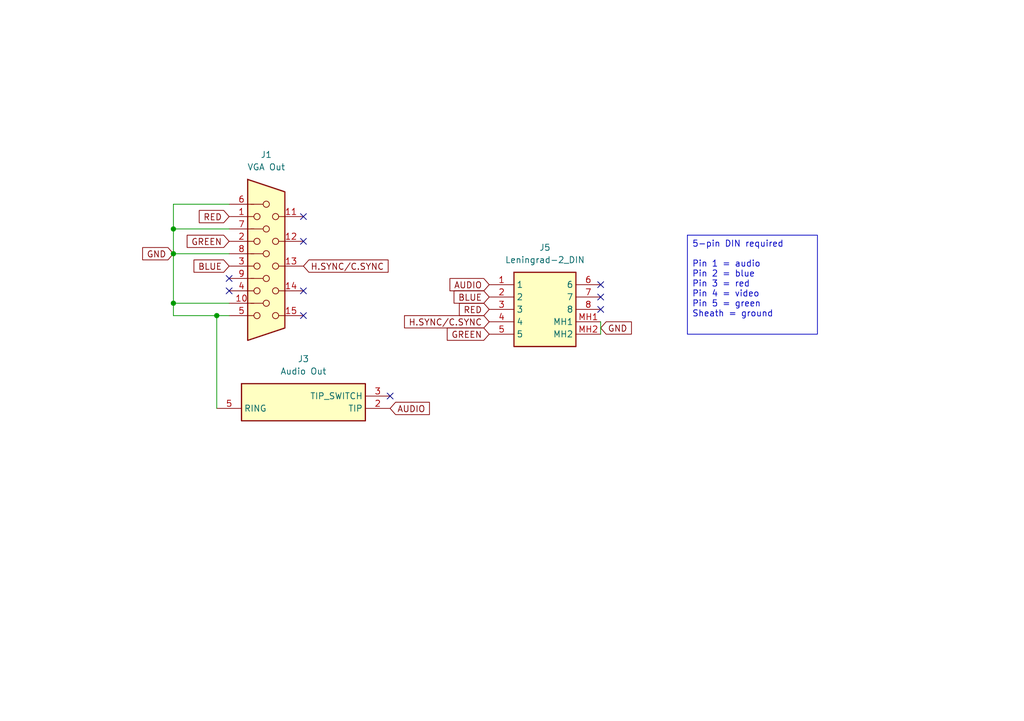
<source format=kicad_sch>
(kicad_sch (version 20250114) (generator "eeschema") (generator_version "9.0")
  (paper "A5")
  (title_block (title "Leningrad-2 DIN to VGA") (date "18/NOV/2025") (rev "A") (company "Brett Hallen") (comment 1 "www.youtube.com/@Brfff"))
  (lib_symbols
    (symbol "Clueless_Engineer:671-0801"
      (property "Reference" "J" (at 19.05 7.62 0))
      (property "Value" "671-0801" (at 19.05 5.08 0))
      (symbol "671-0801_1_1"
        (rectangle (start 5.08 2.54) (end 17.78 -12.7) (stroke (width 0.254)) (fill (type background)))
        (pin passive line (at 0 0 0) (length 5.08) (name "1") (number "1"))
        (pin passive line (at 0 -2.54 0) (length 5.08) (name "2") (number "2"))
        (pin passive line (at 0 -5.08 0) (length 5.08) (name "3") (number "3"))
        (pin passive line (at 0 -7.62 0) (length 5.08) (name "4") (number "4"))
        (pin passive line (at 0 -10.16 0) (length 5.08) (name "5") (number "5"))
        (pin passive line (at 22.86 0 180) (length 5.08) (name "6") (number "6"))
        (pin passive line (at 22.86 -2.54 180) (length 5.08) (name "7") (number "7"))
        (pin passive line (at 22.86 -5.08 180) (length 5.08) (name "8") (number "8"))
        (pin passive line (at 22.86 -7.62 180) (length 5.08) (name "MH1") (number "MH1"))
        (pin passive line (at 22.86 -10.16 180) (length 5.08) (name "MH2") (number "MH2"))
      )
    )
    (symbol "Clueless_Engineer:SJ3-350820B-TR"
      (property "Reference" "J" (at 31.75 7.62 0))
      (property "Value" "SJ3-350820B-TR" (at 31.75 5.08 0))
      (symbol "SJ3-350820B-TR_1_1"
        (rectangle (start 5.08 2.54) (end 30.48 -5.08) (stroke (width 0.254)) (fill (type background)))
        (pin passive line (at 0 0 0) (length 5.08) (name "TIP") (number "2"))
        (pin passive line (at 0 -2.54 0) (length 5.08) (name "TIP_SWITCH") (number "3"))
        (pin passive line (at 35.56 0 180) (length 5.08) (name "RING") (number "5"))
      )
    )
    (symbol "Connector:DE15_Socket_HighDensity" (pin_names (offset 1.016) (hide yes))
      (property "Reference" "J" (at 0 21.59 0))
      (property "Value" "DE15_Socket_HighDensity" (at 0 19.05 0))
      (symbol "DE15_Socket_HighDensity_0_1"
        (polyline (pts (xy -3.81 17.78) (xy -3.81 -15.24) (xy 3.81 -12.7) (xy 3.81 15.24) (xy -3.81 17.78)) (stroke (width 0.254)) (fill (type background)))
        (polyline (pts (xy -3.175 7.62) (xy -0.635 7.62)))
        (circle (center -1.905 10.16) (radius 0.635))
        (circle (center -1.905 5.08) (radius 0.635))
        (circle (center -1.905 0) (radius 0.635))
        (circle (center -1.905 -5.08) (radius 0.635))
        (circle (center -1.905 -10.16) (radius 0.635))
        (polyline (pts (xy -0.635 12.7) (xy -3.175 12.7)))
        (polyline (pts (xy -0.635 2.54) (xy -3.175 2.54)))
        (polyline (pts (xy -0.635 -2.54) (xy -3.175 -2.54)))
        (polyline (pts (xy -0.635 -7.62) (xy -3.175 -7.62)))
        (circle (center 0 12.7) (radius 0.635))
        (circle (center 0 7.62) (radius 0.635))
        (circle (center 0 2.54) (radius 0.635))
        (circle (center 0 -2.54) (radius 0.635))
        (circle (center 0 -7.62) (radius 0.635))
        (circle (center 1.905 10.16) (radius 0.635))
        (circle (center 1.905 5.08) (radius 0.635))
        (circle (center 1.905 0) (radius 0.635))
        (circle (center 1.905 -5.08) (radius 0.635))
        (circle (center 1.905 -10.16) (radius 0.635))
      )
      (symbol "DE15_Socket_HighDensity_1_1"
        (pin passive line (at -7.62 12.7 0) (length 5.08) (name "~") (number "6"))
        (pin passive line (at -7.62 10.16 0) (length 5.08) (name "~") (number "1"))
        (pin passive line (at -7.62 7.62 0) (length 5.08) (name "~") (number "7"))
        (pin passive line (at -7.62 5.08 0) (length 5.08) (name "~") (number "2"))
        (pin passive line (at -7.62 2.54 0) (length 5.08) (name "~") (number "8"))
        (pin passive line (at -7.62 0 0) (length 5.08) (name "~") (number "3"))
        (pin passive line (at -7.62 -2.54 0) (length 5.08) (name "~") (number "9"))
        (pin passive line (at -7.62 -5.08 0) (length 5.08) (name "~") (number "4"))
        (pin passive line (at -7.62 -7.62 0) (length 5.08) (name "~") (number "10"))
        (pin passive line (at -7.62 -10.16 0) (length 5.08) (name "~") (number "5"))
        (pin passive line (at 7.62 10.16 180) (length 5.08) (name "~") (number "11"))
        (pin passive line (at 7.62 5.08 180) (length 5.08) (name "~") (number "12"))
        (pin passive line (at 7.62 0 180) (length 5.08) (name "~") (number "13"))
        (pin passive line (at 7.62 -5.08 180) (length 5.08) (name "~") (number "14"))
        (pin passive line (at 7.62 -10.16 180) (length 5.08) (name "~") (number "15"))
      )
    )
  )
  (text_box "5-pin DIN required\n\nPin 1 = audio\nPin 2 = blue\nPin 3 = red\nPin 4 = video\nPin 5 = green\nSheath = ground" (at 140.97 48.26 0) (size 26.67 20.32) (margins 0.9525 0.9525 0.9525 0.9525) (effects (font (size 1.27 1.27)) (justify left top)))
  (junction (at 35.56 52.07))
  (junction (at 35.56 46.99))
  (junction (at 35.56 62.23))
  (junction (at 44.45 64.77))
  (no_connect (at 62.23 64.77))
  (no_connect (at 62.23 49.53))
  (no_connect (at 46.99 59.69))
  (no_connect (at 123.19 63.5))
  (no_connect (at 80.01 81.28))
  (no_connect (at 62.23 44.45))
  (no_connect (at 46.99 57.15))
  (no_connect (at 62.23 59.69))
  (no_connect (at 123.19 58.42))
  (no_connect (at 123.19 60.96))
  (wire (pts (xy 35.56 62.23) (xy 46.99 62.23)))
  (wire (pts (xy 35.56 52.07) (xy 35.56 62.23)))
  (wire (pts (xy 35.56 41.91) (xy 46.99 41.91)))
  (wire (pts (xy 46.99 64.77) (xy 44.45 64.77)))
  (wire (pts (xy 44.45 64.77) (xy 35.56 64.77)))
  (wire (pts (xy 35.56 52.07) (xy 46.99 52.07)))
  (wire (pts (xy 123.19 66.04) (xy 123.19 68.58)))
  (wire (pts (xy 35.56 52.07) (xy 35.56 46.99)))
  (wire (pts (xy 35.56 64.77) (xy 35.56 62.23)))
  (wire (pts (xy 35.56 46.99) (xy 35.56 41.91)))
  (wire (pts (xy 35.56 46.99) (xy 46.99 46.99)))
  (wire (pts (xy 44.45 64.77) (xy 44.45 83.82)))
  (global_label "H.SYNC{slash}C.SYNC" (shape input) (at 100.33 66.04 180) (property "Intersheetrefs" "${INTERSHEET_REFS}" (effects (hide yes))))
  (global_label "AUDIO" (shape input) (at 100.33 58.42 180) (property "Intersheetrefs" "${INTERSHEET_REFS}" (effects (hide yes))))
  (global_label "BLUE" (shape input) (at 46.99 54.61 180) (property "Intersheetrefs" "${INTERSHEET_REFS}" (effects (hide yes))))
  (global_label "GND" (shape input) (at 35.56 52.07 180) (property "Intersheetrefs" "${INTERSHEET_REFS}" (effects (hide yes))))
  (global_label "AUDIO" (shape input) (at 80.01 83.82 0) (property "Intersheetrefs" "${INTERSHEET_REFS}" (effects (hide yes))))
  (global_label "GREEN" (shape input) (at 46.99 49.53 180) (property "Intersheetrefs" "${INTERSHEET_REFS}" (effects (hide yes))))
  (global_label "RED" (shape input) (at 46.99 44.45 180) (property "Intersheetrefs" "${INTERSHEET_REFS}" (effects (hide yes))))
  (global_label "GREEN" (shape input) (at 100.33 68.58 180) (property "Intersheetrefs" "${INTERSHEET_REFS}" (effects (hide yes))))
  (global_label "RED" (shape input) (at 100.33 63.5 180) (property "Intersheetrefs" "${INTERSHEET_REFS}" (effects (hide yes))))
  (global_label "GND" (shape input) (at 123.19 67.31 0) (property "Intersheetrefs" "${INTERSHEET_REFS}" (effects (hide yes))))
  (global_label "BLUE" (shape input) (at 100.33 60.96 180) (property "Intersheetrefs" "${INTERSHEET_REFS}" (effects (hide yes))))
  (global_label "H.SYNC{slash}C.SYNC" (shape input) (at 62.23 54.61 0) (property "Intersheetrefs" "${INTERSHEET_REFS}" (effects (hide yes))))
  (symbol (lib_id "Clueless_Engineer:671-0801") (at 100.33 58.42 0) (unit 1)
    (property "Reference" "J5" (at 111.76 50.8 0))
    (property "Value" "Leningrad-2_DIN" (at 111.76 53.34 0))
    (property "Footprint" "Clueless_Engineer:6710801" (effects (hide yes)))
    (property "Datasheet" "https://www.mouser.co.uk/datasheet/2/458/deltron-671-0401-4-way-din-socket-data-1859903.pdf" (effects (hide yes)))
    (property "Description" "Deltron 8 Pole Right Angle Din Socket Socket, 2A, 100 V ac, Lockable" (effects (hide yes)))
    (property "Height" "19.5" (effects (hide yes)))
    (property "Manufacturer_Name" "DELTRON COMPONENTS" (effects (hide yes)))
    (property "Manufacturer_Part_Number" "671-0801" (effects (hide yes)))
  )
  (symbol (lib_id "Connector:DE15_Socket_HighDensity") (at 54.61 54.61 0) (unit 1)
    (property "Reference" "J1" (at 54.61 31.75 0))
    (property "Value" "VGA Out" (at 54.61 34.29 0))
    (property "Footprint" "Connector_Dsub:DSUB-15-HD_Socket_Horizontal_P2.29x2.54mm_EdgePinOffset8.35mm_Housed_MountingHolesOffset10.89mm" (effects (hide yes)))
    (property "Description" "15-pin D-SUB connector, socket (female), High density (3 columns), Triple Row, Generic, VGA-connector" (effects (hide yes)))
  )
  (symbol (lib_id "Clueless_Engineer:SJ3-350820B-TR") (at 80.01 83.82 180) (unit 1)
    (property "Reference" "J3" (at 62.23 73.66 0))
    (property "Value" "Audio Out" (at 62.23 76.2 0))
    (property "Footprint" "Clueless_Engineer:SJ3350820BTR" (effects (hide yes)))
    (property "Datasheet" "https://www.sameskydevices.com/product/resource/supplyframepdf/sj3-3508x.pdf" (effects (hide yes)))
    (property "Description" "3.5 mm Stereo Jack, Through Hole, 2 Conductors, 1 Internal Switches,  Tape & Reel Packaging" (effects (hide yes)))
    (property "Height" "5.3" (effects (hide yes)))
    (property "Mouser Part Number" "179-SJ3-350820B-TR" (effects (hide yes)))
    (property "Mouser Price/Stock" "https://www.mouser.co.uk/ProductDetail/Same-Sky/SJ3-350820B-TR?qs=IKkN%2F947nfBCsohFK16iQg%3D%3D" (effects (hide yes)))
    (property "Manufacturer_Name" "Same Sky" (effects (hide yes)))
    (property "Manufacturer_Part_Number" "SJ3-350820B-TR" (effects (hide yes)))
  )
)
</source>
